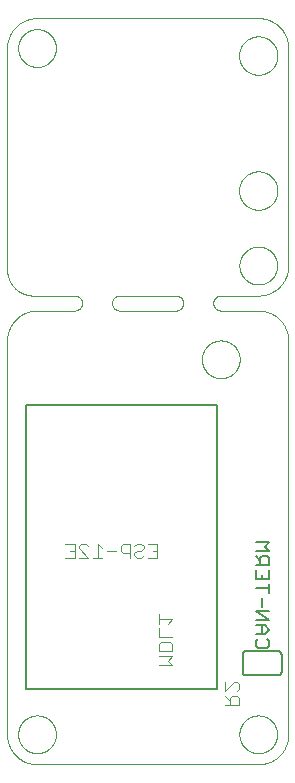
<source format=gbo>
G75*
%MOIN*%
%OFA0B0*%
%FSLAX25Y25*%
%IPPOS*%
%LPD*%
%AMOC8*
5,1,8,0,0,1.08239X$1,22.5*
%
%ADD10C,0.00000*%
%ADD11C,0.00500*%
%ADD12C,0.00400*%
%ADD13C,0.00600*%
D10*
X0028845Y0038800D02*
X0028845Y0170050D01*
X0028848Y0170292D01*
X0028857Y0170533D01*
X0028871Y0170774D01*
X0028892Y0171015D01*
X0028918Y0171255D01*
X0028950Y0171495D01*
X0028988Y0171734D01*
X0029031Y0171971D01*
X0029081Y0172208D01*
X0029136Y0172443D01*
X0029196Y0172677D01*
X0029263Y0172909D01*
X0029334Y0173140D01*
X0029412Y0173369D01*
X0029495Y0173596D01*
X0029583Y0173821D01*
X0029677Y0174044D01*
X0029776Y0174264D01*
X0029881Y0174482D01*
X0029990Y0174697D01*
X0030105Y0174910D01*
X0030225Y0175120D01*
X0030350Y0175326D01*
X0030480Y0175530D01*
X0030615Y0175731D01*
X0030755Y0175928D01*
X0030899Y0176122D01*
X0031048Y0176312D01*
X0031202Y0176498D01*
X0031360Y0176681D01*
X0031522Y0176860D01*
X0031689Y0177035D01*
X0031860Y0177206D01*
X0032035Y0177373D01*
X0032214Y0177535D01*
X0032397Y0177693D01*
X0032583Y0177847D01*
X0032773Y0177996D01*
X0032967Y0178140D01*
X0033164Y0178280D01*
X0033365Y0178415D01*
X0033569Y0178545D01*
X0033775Y0178670D01*
X0033985Y0178790D01*
X0034198Y0178905D01*
X0034413Y0179014D01*
X0034631Y0179119D01*
X0034851Y0179218D01*
X0035074Y0179312D01*
X0035299Y0179400D01*
X0035526Y0179483D01*
X0035755Y0179561D01*
X0035986Y0179632D01*
X0036218Y0179699D01*
X0036452Y0179759D01*
X0036687Y0179814D01*
X0036924Y0179864D01*
X0037161Y0179907D01*
X0037400Y0179945D01*
X0037640Y0179977D01*
X0037880Y0180003D01*
X0038121Y0180024D01*
X0038362Y0180038D01*
X0038603Y0180047D01*
X0038845Y0180050D01*
X0051345Y0180050D01*
X0053845Y0182550D02*
X0053843Y0182648D01*
X0053837Y0182746D01*
X0053828Y0182844D01*
X0053814Y0182941D01*
X0053797Y0183038D01*
X0053776Y0183134D01*
X0053751Y0183229D01*
X0053723Y0183323D01*
X0053690Y0183415D01*
X0053655Y0183507D01*
X0053615Y0183597D01*
X0053573Y0183685D01*
X0053526Y0183772D01*
X0053477Y0183856D01*
X0053424Y0183939D01*
X0053368Y0184019D01*
X0053308Y0184098D01*
X0053246Y0184174D01*
X0053181Y0184247D01*
X0053113Y0184318D01*
X0053042Y0184386D01*
X0052969Y0184451D01*
X0052893Y0184513D01*
X0052814Y0184573D01*
X0052734Y0184629D01*
X0052651Y0184682D01*
X0052567Y0184731D01*
X0052480Y0184778D01*
X0052392Y0184820D01*
X0052302Y0184860D01*
X0052210Y0184895D01*
X0052118Y0184928D01*
X0052024Y0184956D01*
X0051929Y0184981D01*
X0051833Y0185002D01*
X0051736Y0185019D01*
X0051639Y0185033D01*
X0051541Y0185042D01*
X0051443Y0185048D01*
X0051345Y0185050D01*
X0037595Y0185050D01*
X0037384Y0185053D01*
X0037172Y0185060D01*
X0036961Y0185073D01*
X0036751Y0185091D01*
X0036540Y0185114D01*
X0036331Y0185142D01*
X0036122Y0185175D01*
X0035914Y0185213D01*
X0035707Y0185256D01*
X0035501Y0185304D01*
X0035296Y0185357D01*
X0035093Y0185415D01*
X0034891Y0185478D01*
X0034691Y0185546D01*
X0034492Y0185619D01*
X0034295Y0185696D01*
X0034101Y0185778D01*
X0033908Y0185865D01*
X0033717Y0185956D01*
X0033529Y0186052D01*
X0033343Y0186153D01*
X0033159Y0186258D01*
X0032978Y0186367D01*
X0032800Y0186481D01*
X0032624Y0186599D01*
X0032452Y0186721D01*
X0032282Y0186847D01*
X0032116Y0186978D01*
X0031953Y0187112D01*
X0031793Y0187251D01*
X0031636Y0187393D01*
X0031483Y0187539D01*
X0031334Y0187688D01*
X0031188Y0187841D01*
X0031046Y0187998D01*
X0030907Y0188158D01*
X0030773Y0188321D01*
X0030642Y0188487D01*
X0030516Y0188657D01*
X0030394Y0188829D01*
X0030276Y0189005D01*
X0030162Y0189183D01*
X0030053Y0189364D01*
X0029948Y0189548D01*
X0029847Y0189734D01*
X0029751Y0189922D01*
X0029660Y0190113D01*
X0029573Y0190306D01*
X0029491Y0190500D01*
X0029414Y0190697D01*
X0029341Y0190896D01*
X0029273Y0191096D01*
X0029210Y0191298D01*
X0029152Y0191501D01*
X0029099Y0191706D01*
X0029051Y0191912D01*
X0029008Y0192119D01*
X0028970Y0192327D01*
X0028937Y0192536D01*
X0028909Y0192745D01*
X0028886Y0192956D01*
X0028868Y0193166D01*
X0028855Y0193377D01*
X0028848Y0193589D01*
X0028845Y0193800D01*
X0028845Y0267550D01*
X0028848Y0267792D01*
X0028857Y0268033D01*
X0028871Y0268274D01*
X0028892Y0268515D01*
X0028918Y0268755D01*
X0028950Y0268995D01*
X0028988Y0269234D01*
X0029031Y0269471D01*
X0029081Y0269708D01*
X0029136Y0269943D01*
X0029196Y0270177D01*
X0029263Y0270409D01*
X0029334Y0270640D01*
X0029412Y0270869D01*
X0029495Y0271096D01*
X0029583Y0271321D01*
X0029677Y0271544D01*
X0029776Y0271764D01*
X0029881Y0271982D01*
X0029990Y0272197D01*
X0030105Y0272410D01*
X0030225Y0272620D01*
X0030350Y0272826D01*
X0030480Y0273030D01*
X0030615Y0273231D01*
X0030755Y0273428D01*
X0030899Y0273622D01*
X0031048Y0273812D01*
X0031202Y0273998D01*
X0031360Y0274181D01*
X0031522Y0274360D01*
X0031689Y0274535D01*
X0031860Y0274706D01*
X0032035Y0274873D01*
X0032214Y0275035D01*
X0032397Y0275193D01*
X0032583Y0275347D01*
X0032773Y0275496D01*
X0032967Y0275640D01*
X0033164Y0275780D01*
X0033365Y0275915D01*
X0033569Y0276045D01*
X0033775Y0276170D01*
X0033985Y0276290D01*
X0034198Y0276405D01*
X0034413Y0276514D01*
X0034631Y0276619D01*
X0034851Y0276718D01*
X0035074Y0276812D01*
X0035299Y0276900D01*
X0035526Y0276983D01*
X0035755Y0277061D01*
X0035986Y0277132D01*
X0036218Y0277199D01*
X0036452Y0277259D01*
X0036687Y0277314D01*
X0036924Y0277364D01*
X0037161Y0277407D01*
X0037400Y0277445D01*
X0037640Y0277477D01*
X0037880Y0277503D01*
X0038121Y0277524D01*
X0038362Y0277538D01*
X0038603Y0277547D01*
X0038845Y0277550D01*
X0112595Y0277550D01*
X0112837Y0277547D01*
X0113078Y0277538D01*
X0113319Y0277524D01*
X0113560Y0277503D01*
X0113800Y0277477D01*
X0114040Y0277445D01*
X0114279Y0277407D01*
X0114516Y0277364D01*
X0114753Y0277314D01*
X0114988Y0277259D01*
X0115222Y0277199D01*
X0115454Y0277132D01*
X0115685Y0277061D01*
X0115914Y0276983D01*
X0116141Y0276900D01*
X0116366Y0276812D01*
X0116589Y0276718D01*
X0116809Y0276619D01*
X0117027Y0276514D01*
X0117242Y0276405D01*
X0117455Y0276290D01*
X0117665Y0276170D01*
X0117871Y0276045D01*
X0118075Y0275915D01*
X0118276Y0275780D01*
X0118473Y0275640D01*
X0118667Y0275496D01*
X0118857Y0275347D01*
X0119043Y0275193D01*
X0119226Y0275035D01*
X0119405Y0274873D01*
X0119580Y0274706D01*
X0119751Y0274535D01*
X0119918Y0274360D01*
X0120080Y0274181D01*
X0120238Y0273998D01*
X0120392Y0273812D01*
X0120541Y0273622D01*
X0120685Y0273428D01*
X0120825Y0273231D01*
X0120960Y0273030D01*
X0121090Y0272826D01*
X0121215Y0272620D01*
X0121335Y0272410D01*
X0121450Y0272197D01*
X0121559Y0271982D01*
X0121664Y0271764D01*
X0121763Y0271544D01*
X0121857Y0271321D01*
X0121945Y0271096D01*
X0122028Y0270869D01*
X0122106Y0270640D01*
X0122177Y0270409D01*
X0122244Y0270177D01*
X0122304Y0269943D01*
X0122359Y0269708D01*
X0122409Y0269471D01*
X0122452Y0269234D01*
X0122490Y0268995D01*
X0122522Y0268755D01*
X0122548Y0268515D01*
X0122569Y0268274D01*
X0122583Y0268033D01*
X0122592Y0267792D01*
X0122595Y0267550D01*
X0122595Y0195050D01*
X0122592Y0194808D01*
X0122583Y0194567D01*
X0122569Y0194326D01*
X0122548Y0194085D01*
X0122522Y0193845D01*
X0122490Y0193605D01*
X0122452Y0193366D01*
X0122409Y0193129D01*
X0122359Y0192892D01*
X0122304Y0192657D01*
X0122244Y0192423D01*
X0122177Y0192191D01*
X0122106Y0191960D01*
X0122028Y0191731D01*
X0121945Y0191504D01*
X0121857Y0191279D01*
X0121763Y0191056D01*
X0121664Y0190836D01*
X0121559Y0190618D01*
X0121450Y0190403D01*
X0121335Y0190190D01*
X0121215Y0189980D01*
X0121090Y0189774D01*
X0120960Y0189570D01*
X0120825Y0189369D01*
X0120685Y0189172D01*
X0120541Y0188978D01*
X0120392Y0188788D01*
X0120238Y0188602D01*
X0120080Y0188419D01*
X0119918Y0188240D01*
X0119751Y0188065D01*
X0119580Y0187894D01*
X0119405Y0187727D01*
X0119226Y0187565D01*
X0119043Y0187407D01*
X0118857Y0187253D01*
X0118667Y0187104D01*
X0118473Y0186960D01*
X0118276Y0186820D01*
X0118075Y0186685D01*
X0117871Y0186555D01*
X0117665Y0186430D01*
X0117455Y0186310D01*
X0117242Y0186195D01*
X0117027Y0186086D01*
X0116809Y0185981D01*
X0116589Y0185882D01*
X0116366Y0185788D01*
X0116141Y0185700D01*
X0115914Y0185617D01*
X0115685Y0185539D01*
X0115454Y0185468D01*
X0115222Y0185401D01*
X0114988Y0185341D01*
X0114753Y0185286D01*
X0114516Y0185236D01*
X0114279Y0185193D01*
X0114040Y0185155D01*
X0113800Y0185123D01*
X0113560Y0185097D01*
X0113319Y0185076D01*
X0113078Y0185062D01*
X0112837Y0185053D01*
X0112595Y0185050D01*
X0100095Y0185050D01*
X0099997Y0185048D01*
X0099899Y0185042D01*
X0099801Y0185033D01*
X0099704Y0185019D01*
X0099607Y0185002D01*
X0099511Y0184981D01*
X0099416Y0184956D01*
X0099322Y0184928D01*
X0099230Y0184895D01*
X0099138Y0184860D01*
X0099048Y0184820D01*
X0098960Y0184778D01*
X0098873Y0184731D01*
X0098789Y0184682D01*
X0098706Y0184629D01*
X0098626Y0184573D01*
X0098547Y0184513D01*
X0098471Y0184451D01*
X0098398Y0184386D01*
X0098327Y0184318D01*
X0098259Y0184247D01*
X0098194Y0184174D01*
X0098132Y0184098D01*
X0098072Y0184019D01*
X0098016Y0183939D01*
X0097963Y0183856D01*
X0097914Y0183772D01*
X0097867Y0183685D01*
X0097825Y0183597D01*
X0097785Y0183507D01*
X0097750Y0183415D01*
X0097717Y0183323D01*
X0097689Y0183229D01*
X0097664Y0183134D01*
X0097643Y0183038D01*
X0097626Y0182941D01*
X0097612Y0182844D01*
X0097603Y0182746D01*
X0097597Y0182648D01*
X0097595Y0182550D01*
X0097597Y0182452D01*
X0097603Y0182354D01*
X0097612Y0182256D01*
X0097626Y0182159D01*
X0097643Y0182062D01*
X0097664Y0181966D01*
X0097689Y0181871D01*
X0097717Y0181777D01*
X0097750Y0181685D01*
X0097785Y0181593D01*
X0097825Y0181503D01*
X0097867Y0181415D01*
X0097914Y0181328D01*
X0097963Y0181244D01*
X0098016Y0181161D01*
X0098072Y0181081D01*
X0098132Y0181002D01*
X0098194Y0180926D01*
X0098259Y0180853D01*
X0098327Y0180782D01*
X0098398Y0180714D01*
X0098471Y0180649D01*
X0098547Y0180587D01*
X0098626Y0180527D01*
X0098706Y0180471D01*
X0098789Y0180418D01*
X0098873Y0180369D01*
X0098960Y0180322D01*
X0099048Y0180280D01*
X0099138Y0180240D01*
X0099230Y0180205D01*
X0099322Y0180172D01*
X0099416Y0180144D01*
X0099511Y0180119D01*
X0099607Y0180098D01*
X0099704Y0180081D01*
X0099801Y0180067D01*
X0099899Y0180058D01*
X0099997Y0180052D01*
X0100095Y0180050D01*
X0112595Y0180050D01*
X0112837Y0180047D01*
X0113078Y0180038D01*
X0113319Y0180024D01*
X0113560Y0180003D01*
X0113800Y0179977D01*
X0114040Y0179945D01*
X0114279Y0179907D01*
X0114516Y0179864D01*
X0114753Y0179814D01*
X0114988Y0179759D01*
X0115222Y0179699D01*
X0115454Y0179632D01*
X0115685Y0179561D01*
X0115914Y0179483D01*
X0116141Y0179400D01*
X0116366Y0179312D01*
X0116589Y0179218D01*
X0116809Y0179119D01*
X0117027Y0179014D01*
X0117242Y0178905D01*
X0117455Y0178790D01*
X0117665Y0178670D01*
X0117871Y0178545D01*
X0118075Y0178415D01*
X0118276Y0178280D01*
X0118473Y0178140D01*
X0118667Y0177996D01*
X0118857Y0177847D01*
X0119043Y0177693D01*
X0119226Y0177535D01*
X0119405Y0177373D01*
X0119580Y0177206D01*
X0119751Y0177035D01*
X0119918Y0176860D01*
X0120080Y0176681D01*
X0120238Y0176498D01*
X0120392Y0176312D01*
X0120541Y0176122D01*
X0120685Y0175928D01*
X0120825Y0175731D01*
X0120960Y0175530D01*
X0121090Y0175326D01*
X0121215Y0175120D01*
X0121335Y0174910D01*
X0121450Y0174697D01*
X0121559Y0174482D01*
X0121664Y0174264D01*
X0121763Y0174044D01*
X0121857Y0173821D01*
X0121945Y0173596D01*
X0122028Y0173369D01*
X0122106Y0173140D01*
X0122177Y0172909D01*
X0122244Y0172677D01*
X0122304Y0172443D01*
X0122359Y0172208D01*
X0122409Y0171971D01*
X0122452Y0171734D01*
X0122490Y0171495D01*
X0122522Y0171255D01*
X0122548Y0171015D01*
X0122569Y0170774D01*
X0122583Y0170533D01*
X0122592Y0170292D01*
X0122595Y0170050D01*
X0122595Y0038800D01*
X0122592Y0038558D01*
X0122583Y0038317D01*
X0122569Y0038076D01*
X0122548Y0037835D01*
X0122522Y0037595D01*
X0122490Y0037355D01*
X0122452Y0037116D01*
X0122409Y0036879D01*
X0122359Y0036642D01*
X0122304Y0036407D01*
X0122244Y0036173D01*
X0122177Y0035941D01*
X0122106Y0035710D01*
X0122028Y0035481D01*
X0121945Y0035254D01*
X0121857Y0035029D01*
X0121763Y0034806D01*
X0121664Y0034586D01*
X0121559Y0034368D01*
X0121450Y0034153D01*
X0121335Y0033940D01*
X0121215Y0033730D01*
X0121090Y0033524D01*
X0120960Y0033320D01*
X0120825Y0033119D01*
X0120685Y0032922D01*
X0120541Y0032728D01*
X0120392Y0032538D01*
X0120238Y0032352D01*
X0120080Y0032169D01*
X0119918Y0031990D01*
X0119751Y0031815D01*
X0119580Y0031644D01*
X0119405Y0031477D01*
X0119226Y0031315D01*
X0119043Y0031157D01*
X0118857Y0031003D01*
X0118667Y0030854D01*
X0118473Y0030710D01*
X0118276Y0030570D01*
X0118075Y0030435D01*
X0117871Y0030305D01*
X0117665Y0030180D01*
X0117455Y0030060D01*
X0117242Y0029945D01*
X0117027Y0029836D01*
X0116809Y0029731D01*
X0116589Y0029632D01*
X0116366Y0029538D01*
X0116141Y0029450D01*
X0115914Y0029367D01*
X0115685Y0029289D01*
X0115454Y0029218D01*
X0115222Y0029151D01*
X0114988Y0029091D01*
X0114753Y0029036D01*
X0114516Y0028986D01*
X0114279Y0028943D01*
X0114040Y0028905D01*
X0113800Y0028873D01*
X0113560Y0028847D01*
X0113319Y0028826D01*
X0113078Y0028812D01*
X0112837Y0028803D01*
X0112595Y0028800D01*
X0038845Y0028800D01*
X0038603Y0028803D01*
X0038362Y0028812D01*
X0038121Y0028826D01*
X0037880Y0028847D01*
X0037640Y0028873D01*
X0037400Y0028905D01*
X0037161Y0028943D01*
X0036924Y0028986D01*
X0036687Y0029036D01*
X0036452Y0029091D01*
X0036218Y0029151D01*
X0035986Y0029218D01*
X0035755Y0029289D01*
X0035526Y0029367D01*
X0035299Y0029450D01*
X0035074Y0029538D01*
X0034851Y0029632D01*
X0034631Y0029731D01*
X0034413Y0029836D01*
X0034198Y0029945D01*
X0033985Y0030060D01*
X0033775Y0030180D01*
X0033569Y0030305D01*
X0033365Y0030435D01*
X0033164Y0030570D01*
X0032967Y0030710D01*
X0032773Y0030854D01*
X0032583Y0031003D01*
X0032397Y0031157D01*
X0032214Y0031315D01*
X0032035Y0031477D01*
X0031860Y0031644D01*
X0031689Y0031815D01*
X0031522Y0031990D01*
X0031360Y0032169D01*
X0031202Y0032352D01*
X0031048Y0032538D01*
X0030899Y0032728D01*
X0030755Y0032922D01*
X0030615Y0033119D01*
X0030480Y0033320D01*
X0030350Y0033524D01*
X0030225Y0033730D01*
X0030105Y0033940D01*
X0029990Y0034153D01*
X0029881Y0034368D01*
X0029776Y0034586D01*
X0029677Y0034806D01*
X0029583Y0035029D01*
X0029495Y0035254D01*
X0029412Y0035481D01*
X0029334Y0035710D01*
X0029263Y0035941D01*
X0029196Y0036173D01*
X0029136Y0036407D01*
X0029081Y0036642D01*
X0029031Y0036879D01*
X0028988Y0037116D01*
X0028950Y0037355D01*
X0028918Y0037595D01*
X0028892Y0037835D01*
X0028871Y0038076D01*
X0028857Y0038317D01*
X0028848Y0038558D01*
X0028845Y0038800D01*
X0032546Y0038800D02*
X0032548Y0038958D01*
X0032554Y0039116D01*
X0032564Y0039274D01*
X0032578Y0039432D01*
X0032596Y0039589D01*
X0032617Y0039746D01*
X0032643Y0039902D01*
X0032673Y0040058D01*
X0032706Y0040213D01*
X0032744Y0040366D01*
X0032785Y0040519D01*
X0032830Y0040671D01*
X0032879Y0040822D01*
X0032932Y0040971D01*
X0032988Y0041119D01*
X0033048Y0041265D01*
X0033112Y0041410D01*
X0033180Y0041553D01*
X0033251Y0041695D01*
X0033325Y0041835D01*
X0033403Y0041972D01*
X0033485Y0042108D01*
X0033569Y0042242D01*
X0033658Y0042373D01*
X0033749Y0042502D01*
X0033844Y0042629D01*
X0033941Y0042754D01*
X0034042Y0042876D01*
X0034146Y0042995D01*
X0034253Y0043112D01*
X0034363Y0043226D01*
X0034476Y0043337D01*
X0034591Y0043446D01*
X0034709Y0043551D01*
X0034830Y0043653D01*
X0034953Y0043753D01*
X0035079Y0043849D01*
X0035207Y0043942D01*
X0035337Y0044032D01*
X0035470Y0044118D01*
X0035605Y0044202D01*
X0035741Y0044281D01*
X0035880Y0044358D01*
X0036021Y0044430D01*
X0036163Y0044500D01*
X0036307Y0044565D01*
X0036453Y0044627D01*
X0036600Y0044685D01*
X0036749Y0044740D01*
X0036899Y0044791D01*
X0037050Y0044838D01*
X0037202Y0044881D01*
X0037355Y0044920D01*
X0037510Y0044956D01*
X0037665Y0044987D01*
X0037821Y0045015D01*
X0037977Y0045039D01*
X0038134Y0045059D01*
X0038292Y0045075D01*
X0038449Y0045087D01*
X0038608Y0045095D01*
X0038766Y0045099D01*
X0038924Y0045099D01*
X0039082Y0045095D01*
X0039241Y0045087D01*
X0039398Y0045075D01*
X0039556Y0045059D01*
X0039713Y0045039D01*
X0039869Y0045015D01*
X0040025Y0044987D01*
X0040180Y0044956D01*
X0040335Y0044920D01*
X0040488Y0044881D01*
X0040640Y0044838D01*
X0040791Y0044791D01*
X0040941Y0044740D01*
X0041090Y0044685D01*
X0041237Y0044627D01*
X0041383Y0044565D01*
X0041527Y0044500D01*
X0041669Y0044430D01*
X0041810Y0044358D01*
X0041949Y0044281D01*
X0042085Y0044202D01*
X0042220Y0044118D01*
X0042353Y0044032D01*
X0042483Y0043942D01*
X0042611Y0043849D01*
X0042737Y0043753D01*
X0042860Y0043653D01*
X0042981Y0043551D01*
X0043099Y0043446D01*
X0043214Y0043337D01*
X0043327Y0043226D01*
X0043437Y0043112D01*
X0043544Y0042995D01*
X0043648Y0042876D01*
X0043749Y0042754D01*
X0043846Y0042629D01*
X0043941Y0042502D01*
X0044032Y0042373D01*
X0044121Y0042242D01*
X0044205Y0042108D01*
X0044287Y0041972D01*
X0044365Y0041835D01*
X0044439Y0041695D01*
X0044510Y0041553D01*
X0044578Y0041410D01*
X0044642Y0041265D01*
X0044702Y0041119D01*
X0044758Y0040971D01*
X0044811Y0040822D01*
X0044860Y0040671D01*
X0044905Y0040519D01*
X0044946Y0040366D01*
X0044984Y0040213D01*
X0045017Y0040058D01*
X0045047Y0039902D01*
X0045073Y0039746D01*
X0045094Y0039589D01*
X0045112Y0039432D01*
X0045126Y0039274D01*
X0045136Y0039116D01*
X0045142Y0038958D01*
X0045144Y0038800D01*
X0045142Y0038642D01*
X0045136Y0038484D01*
X0045126Y0038326D01*
X0045112Y0038168D01*
X0045094Y0038011D01*
X0045073Y0037854D01*
X0045047Y0037698D01*
X0045017Y0037542D01*
X0044984Y0037387D01*
X0044946Y0037234D01*
X0044905Y0037081D01*
X0044860Y0036929D01*
X0044811Y0036778D01*
X0044758Y0036629D01*
X0044702Y0036481D01*
X0044642Y0036335D01*
X0044578Y0036190D01*
X0044510Y0036047D01*
X0044439Y0035905D01*
X0044365Y0035765D01*
X0044287Y0035628D01*
X0044205Y0035492D01*
X0044121Y0035358D01*
X0044032Y0035227D01*
X0043941Y0035098D01*
X0043846Y0034971D01*
X0043749Y0034846D01*
X0043648Y0034724D01*
X0043544Y0034605D01*
X0043437Y0034488D01*
X0043327Y0034374D01*
X0043214Y0034263D01*
X0043099Y0034154D01*
X0042981Y0034049D01*
X0042860Y0033947D01*
X0042737Y0033847D01*
X0042611Y0033751D01*
X0042483Y0033658D01*
X0042353Y0033568D01*
X0042220Y0033482D01*
X0042085Y0033398D01*
X0041949Y0033319D01*
X0041810Y0033242D01*
X0041669Y0033170D01*
X0041527Y0033100D01*
X0041383Y0033035D01*
X0041237Y0032973D01*
X0041090Y0032915D01*
X0040941Y0032860D01*
X0040791Y0032809D01*
X0040640Y0032762D01*
X0040488Y0032719D01*
X0040335Y0032680D01*
X0040180Y0032644D01*
X0040025Y0032613D01*
X0039869Y0032585D01*
X0039713Y0032561D01*
X0039556Y0032541D01*
X0039398Y0032525D01*
X0039241Y0032513D01*
X0039082Y0032505D01*
X0038924Y0032501D01*
X0038766Y0032501D01*
X0038608Y0032505D01*
X0038449Y0032513D01*
X0038292Y0032525D01*
X0038134Y0032541D01*
X0037977Y0032561D01*
X0037821Y0032585D01*
X0037665Y0032613D01*
X0037510Y0032644D01*
X0037355Y0032680D01*
X0037202Y0032719D01*
X0037050Y0032762D01*
X0036899Y0032809D01*
X0036749Y0032860D01*
X0036600Y0032915D01*
X0036453Y0032973D01*
X0036307Y0033035D01*
X0036163Y0033100D01*
X0036021Y0033170D01*
X0035880Y0033242D01*
X0035741Y0033319D01*
X0035605Y0033398D01*
X0035470Y0033482D01*
X0035337Y0033568D01*
X0035207Y0033658D01*
X0035079Y0033751D01*
X0034953Y0033847D01*
X0034830Y0033947D01*
X0034709Y0034049D01*
X0034591Y0034154D01*
X0034476Y0034263D01*
X0034363Y0034374D01*
X0034253Y0034488D01*
X0034146Y0034605D01*
X0034042Y0034724D01*
X0033941Y0034846D01*
X0033844Y0034971D01*
X0033749Y0035098D01*
X0033658Y0035227D01*
X0033569Y0035358D01*
X0033485Y0035492D01*
X0033403Y0035628D01*
X0033325Y0035765D01*
X0033251Y0035905D01*
X0033180Y0036047D01*
X0033112Y0036190D01*
X0033048Y0036335D01*
X0032988Y0036481D01*
X0032932Y0036629D01*
X0032879Y0036778D01*
X0032830Y0036929D01*
X0032785Y0037081D01*
X0032744Y0037234D01*
X0032706Y0037387D01*
X0032673Y0037542D01*
X0032643Y0037698D01*
X0032617Y0037854D01*
X0032596Y0038011D01*
X0032578Y0038168D01*
X0032564Y0038326D01*
X0032554Y0038484D01*
X0032548Y0038642D01*
X0032546Y0038800D01*
X0093796Y0163800D02*
X0093798Y0163958D01*
X0093804Y0164116D01*
X0093814Y0164274D01*
X0093828Y0164432D01*
X0093846Y0164589D01*
X0093867Y0164746D01*
X0093893Y0164902D01*
X0093923Y0165058D01*
X0093956Y0165213D01*
X0093994Y0165366D01*
X0094035Y0165519D01*
X0094080Y0165671D01*
X0094129Y0165822D01*
X0094182Y0165971D01*
X0094238Y0166119D01*
X0094298Y0166265D01*
X0094362Y0166410D01*
X0094430Y0166553D01*
X0094501Y0166695D01*
X0094575Y0166835D01*
X0094653Y0166972D01*
X0094735Y0167108D01*
X0094819Y0167242D01*
X0094908Y0167373D01*
X0094999Y0167502D01*
X0095094Y0167629D01*
X0095191Y0167754D01*
X0095292Y0167876D01*
X0095396Y0167995D01*
X0095503Y0168112D01*
X0095613Y0168226D01*
X0095726Y0168337D01*
X0095841Y0168446D01*
X0095959Y0168551D01*
X0096080Y0168653D01*
X0096203Y0168753D01*
X0096329Y0168849D01*
X0096457Y0168942D01*
X0096587Y0169032D01*
X0096720Y0169118D01*
X0096855Y0169202D01*
X0096991Y0169281D01*
X0097130Y0169358D01*
X0097271Y0169430D01*
X0097413Y0169500D01*
X0097557Y0169565D01*
X0097703Y0169627D01*
X0097850Y0169685D01*
X0097999Y0169740D01*
X0098149Y0169791D01*
X0098300Y0169838D01*
X0098452Y0169881D01*
X0098605Y0169920D01*
X0098760Y0169956D01*
X0098915Y0169987D01*
X0099071Y0170015D01*
X0099227Y0170039D01*
X0099384Y0170059D01*
X0099542Y0170075D01*
X0099699Y0170087D01*
X0099858Y0170095D01*
X0100016Y0170099D01*
X0100174Y0170099D01*
X0100332Y0170095D01*
X0100491Y0170087D01*
X0100648Y0170075D01*
X0100806Y0170059D01*
X0100963Y0170039D01*
X0101119Y0170015D01*
X0101275Y0169987D01*
X0101430Y0169956D01*
X0101585Y0169920D01*
X0101738Y0169881D01*
X0101890Y0169838D01*
X0102041Y0169791D01*
X0102191Y0169740D01*
X0102340Y0169685D01*
X0102487Y0169627D01*
X0102633Y0169565D01*
X0102777Y0169500D01*
X0102919Y0169430D01*
X0103060Y0169358D01*
X0103199Y0169281D01*
X0103335Y0169202D01*
X0103470Y0169118D01*
X0103603Y0169032D01*
X0103733Y0168942D01*
X0103861Y0168849D01*
X0103987Y0168753D01*
X0104110Y0168653D01*
X0104231Y0168551D01*
X0104349Y0168446D01*
X0104464Y0168337D01*
X0104577Y0168226D01*
X0104687Y0168112D01*
X0104794Y0167995D01*
X0104898Y0167876D01*
X0104999Y0167754D01*
X0105096Y0167629D01*
X0105191Y0167502D01*
X0105282Y0167373D01*
X0105371Y0167242D01*
X0105455Y0167108D01*
X0105537Y0166972D01*
X0105615Y0166835D01*
X0105689Y0166695D01*
X0105760Y0166553D01*
X0105828Y0166410D01*
X0105892Y0166265D01*
X0105952Y0166119D01*
X0106008Y0165971D01*
X0106061Y0165822D01*
X0106110Y0165671D01*
X0106155Y0165519D01*
X0106196Y0165366D01*
X0106234Y0165213D01*
X0106267Y0165058D01*
X0106297Y0164902D01*
X0106323Y0164746D01*
X0106344Y0164589D01*
X0106362Y0164432D01*
X0106376Y0164274D01*
X0106386Y0164116D01*
X0106392Y0163958D01*
X0106394Y0163800D01*
X0106392Y0163642D01*
X0106386Y0163484D01*
X0106376Y0163326D01*
X0106362Y0163168D01*
X0106344Y0163011D01*
X0106323Y0162854D01*
X0106297Y0162698D01*
X0106267Y0162542D01*
X0106234Y0162387D01*
X0106196Y0162234D01*
X0106155Y0162081D01*
X0106110Y0161929D01*
X0106061Y0161778D01*
X0106008Y0161629D01*
X0105952Y0161481D01*
X0105892Y0161335D01*
X0105828Y0161190D01*
X0105760Y0161047D01*
X0105689Y0160905D01*
X0105615Y0160765D01*
X0105537Y0160628D01*
X0105455Y0160492D01*
X0105371Y0160358D01*
X0105282Y0160227D01*
X0105191Y0160098D01*
X0105096Y0159971D01*
X0104999Y0159846D01*
X0104898Y0159724D01*
X0104794Y0159605D01*
X0104687Y0159488D01*
X0104577Y0159374D01*
X0104464Y0159263D01*
X0104349Y0159154D01*
X0104231Y0159049D01*
X0104110Y0158947D01*
X0103987Y0158847D01*
X0103861Y0158751D01*
X0103733Y0158658D01*
X0103603Y0158568D01*
X0103470Y0158482D01*
X0103335Y0158398D01*
X0103199Y0158319D01*
X0103060Y0158242D01*
X0102919Y0158170D01*
X0102777Y0158100D01*
X0102633Y0158035D01*
X0102487Y0157973D01*
X0102340Y0157915D01*
X0102191Y0157860D01*
X0102041Y0157809D01*
X0101890Y0157762D01*
X0101738Y0157719D01*
X0101585Y0157680D01*
X0101430Y0157644D01*
X0101275Y0157613D01*
X0101119Y0157585D01*
X0100963Y0157561D01*
X0100806Y0157541D01*
X0100648Y0157525D01*
X0100491Y0157513D01*
X0100332Y0157505D01*
X0100174Y0157501D01*
X0100016Y0157501D01*
X0099858Y0157505D01*
X0099699Y0157513D01*
X0099542Y0157525D01*
X0099384Y0157541D01*
X0099227Y0157561D01*
X0099071Y0157585D01*
X0098915Y0157613D01*
X0098760Y0157644D01*
X0098605Y0157680D01*
X0098452Y0157719D01*
X0098300Y0157762D01*
X0098149Y0157809D01*
X0097999Y0157860D01*
X0097850Y0157915D01*
X0097703Y0157973D01*
X0097557Y0158035D01*
X0097413Y0158100D01*
X0097271Y0158170D01*
X0097130Y0158242D01*
X0096991Y0158319D01*
X0096855Y0158398D01*
X0096720Y0158482D01*
X0096587Y0158568D01*
X0096457Y0158658D01*
X0096329Y0158751D01*
X0096203Y0158847D01*
X0096080Y0158947D01*
X0095959Y0159049D01*
X0095841Y0159154D01*
X0095726Y0159263D01*
X0095613Y0159374D01*
X0095503Y0159488D01*
X0095396Y0159605D01*
X0095292Y0159724D01*
X0095191Y0159846D01*
X0095094Y0159971D01*
X0094999Y0160098D01*
X0094908Y0160227D01*
X0094819Y0160358D01*
X0094735Y0160492D01*
X0094653Y0160628D01*
X0094575Y0160765D01*
X0094501Y0160905D01*
X0094430Y0161047D01*
X0094362Y0161190D01*
X0094298Y0161335D01*
X0094238Y0161481D01*
X0094182Y0161629D01*
X0094129Y0161778D01*
X0094080Y0161929D01*
X0094035Y0162081D01*
X0093994Y0162234D01*
X0093956Y0162387D01*
X0093923Y0162542D01*
X0093893Y0162698D01*
X0093867Y0162854D01*
X0093846Y0163011D01*
X0093828Y0163168D01*
X0093814Y0163326D01*
X0093804Y0163484D01*
X0093798Y0163642D01*
X0093796Y0163800D01*
X0085095Y0180050D02*
X0066345Y0180050D01*
X0066247Y0180052D01*
X0066149Y0180058D01*
X0066051Y0180067D01*
X0065954Y0180081D01*
X0065857Y0180098D01*
X0065761Y0180119D01*
X0065666Y0180144D01*
X0065572Y0180172D01*
X0065480Y0180205D01*
X0065388Y0180240D01*
X0065298Y0180280D01*
X0065210Y0180322D01*
X0065123Y0180369D01*
X0065039Y0180418D01*
X0064956Y0180471D01*
X0064876Y0180527D01*
X0064797Y0180587D01*
X0064721Y0180649D01*
X0064648Y0180714D01*
X0064577Y0180782D01*
X0064509Y0180853D01*
X0064444Y0180926D01*
X0064382Y0181002D01*
X0064322Y0181081D01*
X0064266Y0181161D01*
X0064213Y0181244D01*
X0064164Y0181328D01*
X0064117Y0181415D01*
X0064075Y0181503D01*
X0064035Y0181593D01*
X0064000Y0181685D01*
X0063967Y0181777D01*
X0063939Y0181871D01*
X0063914Y0181966D01*
X0063893Y0182062D01*
X0063876Y0182159D01*
X0063862Y0182256D01*
X0063853Y0182354D01*
X0063847Y0182452D01*
X0063845Y0182550D01*
X0063847Y0182648D01*
X0063853Y0182746D01*
X0063862Y0182844D01*
X0063876Y0182941D01*
X0063893Y0183038D01*
X0063914Y0183134D01*
X0063939Y0183229D01*
X0063967Y0183323D01*
X0064000Y0183415D01*
X0064035Y0183507D01*
X0064075Y0183597D01*
X0064117Y0183685D01*
X0064164Y0183772D01*
X0064213Y0183856D01*
X0064266Y0183939D01*
X0064322Y0184019D01*
X0064382Y0184098D01*
X0064444Y0184174D01*
X0064509Y0184247D01*
X0064577Y0184318D01*
X0064648Y0184386D01*
X0064721Y0184451D01*
X0064797Y0184513D01*
X0064876Y0184573D01*
X0064956Y0184629D01*
X0065039Y0184682D01*
X0065123Y0184731D01*
X0065210Y0184778D01*
X0065298Y0184820D01*
X0065388Y0184860D01*
X0065480Y0184895D01*
X0065572Y0184928D01*
X0065666Y0184956D01*
X0065761Y0184981D01*
X0065857Y0185002D01*
X0065954Y0185019D01*
X0066051Y0185033D01*
X0066149Y0185042D01*
X0066247Y0185048D01*
X0066345Y0185050D01*
X0085095Y0185050D01*
X0085193Y0185048D01*
X0085291Y0185042D01*
X0085389Y0185033D01*
X0085486Y0185019D01*
X0085583Y0185002D01*
X0085679Y0184981D01*
X0085774Y0184956D01*
X0085868Y0184928D01*
X0085960Y0184895D01*
X0086052Y0184860D01*
X0086142Y0184820D01*
X0086230Y0184778D01*
X0086317Y0184731D01*
X0086401Y0184682D01*
X0086484Y0184629D01*
X0086564Y0184573D01*
X0086643Y0184513D01*
X0086719Y0184451D01*
X0086792Y0184386D01*
X0086863Y0184318D01*
X0086931Y0184247D01*
X0086996Y0184174D01*
X0087058Y0184098D01*
X0087118Y0184019D01*
X0087174Y0183939D01*
X0087227Y0183856D01*
X0087276Y0183772D01*
X0087323Y0183685D01*
X0087365Y0183597D01*
X0087405Y0183507D01*
X0087440Y0183415D01*
X0087473Y0183323D01*
X0087501Y0183229D01*
X0087526Y0183134D01*
X0087547Y0183038D01*
X0087564Y0182941D01*
X0087578Y0182844D01*
X0087587Y0182746D01*
X0087593Y0182648D01*
X0087595Y0182550D01*
X0087593Y0182452D01*
X0087587Y0182354D01*
X0087578Y0182256D01*
X0087564Y0182159D01*
X0087547Y0182062D01*
X0087526Y0181966D01*
X0087501Y0181871D01*
X0087473Y0181777D01*
X0087440Y0181685D01*
X0087405Y0181593D01*
X0087365Y0181503D01*
X0087323Y0181415D01*
X0087276Y0181328D01*
X0087227Y0181244D01*
X0087174Y0181161D01*
X0087118Y0181081D01*
X0087058Y0181002D01*
X0086996Y0180926D01*
X0086931Y0180853D01*
X0086863Y0180782D01*
X0086792Y0180714D01*
X0086719Y0180649D01*
X0086643Y0180587D01*
X0086564Y0180527D01*
X0086484Y0180471D01*
X0086401Y0180418D01*
X0086317Y0180369D01*
X0086230Y0180322D01*
X0086142Y0180280D01*
X0086052Y0180240D01*
X0085960Y0180205D01*
X0085868Y0180172D01*
X0085774Y0180144D01*
X0085679Y0180119D01*
X0085583Y0180098D01*
X0085486Y0180081D01*
X0085389Y0180067D01*
X0085291Y0180058D01*
X0085193Y0180052D01*
X0085095Y0180050D01*
X0106296Y0195050D02*
X0106298Y0195208D01*
X0106304Y0195366D01*
X0106314Y0195524D01*
X0106328Y0195682D01*
X0106346Y0195839D01*
X0106367Y0195996D01*
X0106393Y0196152D01*
X0106423Y0196308D01*
X0106456Y0196463D01*
X0106494Y0196616D01*
X0106535Y0196769D01*
X0106580Y0196921D01*
X0106629Y0197072D01*
X0106682Y0197221D01*
X0106738Y0197369D01*
X0106798Y0197515D01*
X0106862Y0197660D01*
X0106930Y0197803D01*
X0107001Y0197945D01*
X0107075Y0198085D01*
X0107153Y0198222D01*
X0107235Y0198358D01*
X0107319Y0198492D01*
X0107408Y0198623D01*
X0107499Y0198752D01*
X0107594Y0198879D01*
X0107691Y0199004D01*
X0107792Y0199126D01*
X0107896Y0199245D01*
X0108003Y0199362D01*
X0108113Y0199476D01*
X0108226Y0199587D01*
X0108341Y0199696D01*
X0108459Y0199801D01*
X0108580Y0199903D01*
X0108703Y0200003D01*
X0108829Y0200099D01*
X0108957Y0200192D01*
X0109087Y0200282D01*
X0109220Y0200368D01*
X0109355Y0200452D01*
X0109491Y0200531D01*
X0109630Y0200608D01*
X0109771Y0200680D01*
X0109913Y0200750D01*
X0110057Y0200815D01*
X0110203Y0200877D01*
X0110350Y0200935D01*
X0110499Y0200990D01*
X0110649Y0201041D01*
X0110800Y0201088D01*
X0110952Y0201131D01*
X0111105Y0201170D01*
X0111260Y0201206D01*
X0111415Y0201237D01*
X0111571Y0201265D01*
X0111727Y0201289D01*
X0111884Y0201309D01*
X0112042Y0201325D01*
X0112199Y0201337D01*
X0112358Y0201345D01*
X0112516Y0201349D01*
X0112674Y0201349D01*
X0112832Y0201345D01*
X0112991Y0201337D01*
X0113148Y0201325D01*
X0113306Y0201309D01*
X0113463Y0201289D01*
X0113619Y0201265D01*
X0113775Y0201237D01*
X0113930Y0201206D01*
X0114085Y0201170D01*
X0114238Y0201131D01*
X0114390Y0201088D01*
X0114541Y0201041D01*
X0114691Y0200990D01*
X0114840Y0200935D01*
X0114987Y0200877D01*
X0115133Y0200815D01*
X0115277Y0200750D01*
X0115419Y0200680D01*
X0115560Y0200608D01*
X0115699Y0200531D01*
X0115835Y0200452D01*
X0115970Y0200368D01*
X0116103Y0200282D01*
X0116233Y0200192D01*
X0116361Y0200099D01*
X0116487Y0200003D01*
X0116610Y0199903D01*
X0116731Y0199801D01*
X0116849Y0199696D01*
X0116964Y0199587D01*
X0117077Y0199476D01*
X0117187Y0199362D01*
X0117294Y0199245D01*
X0117398Y0199126D01*
X0117499Y0199004D01*
X0117596Y0198879D01*
X0117691Y0198752D01*
X0117782Y0198623D01*
X0117871Y0198492D01*
X0117955Y0198358D01*
X0118037Y0198222D01*
X0118115Y0198085D01*
X0118189Y0197945D01*
X0118260Y0197803D01*
X0118328Y0197660D01*
X0118392Y0197515D01*
X0118452Y0197369D01*
X0118508Y0197221D01*
X0118561Y0197072D01*
X0118610Y0196921D01*
X0118655Y0196769D01*
X0118696Y0196616D01*
X0118734Y0196463D01*
X0118767Y0196308D01*
X0118797Y0196152D01*
X0118823Y0195996D01*
X0118844Y0195839D01*
X0118862Y0195682D01*
X0118876Y0195524D01*
X0118886Y0195366D01*
X0118892Y0195208D01*
X0118894Y0195050D01*
X0118892Y0194892D01*
X0118886Y0194734D01*
X0118876Y0194576D01*
X0118862Y0194418D01*
X0118844Y0194261D01*
X0118823Y0194104D01*
X0118797Y0193948D01*
X0118767Y0193792D01*
X0118734Y0193637D01*
X0118696Y0193484D01*
X0118655Y0193331D01*
X0118610Y0193179D01*
X0118561Y0193028D01*
X0118508Y0192879D01*
X0118452Y0192731D01*
X0118392Y0192585D01*
X0118328Y0192440D01*
X0118260Y0192297D01*
X0118189Y0192155D01*
X0118115Y0192015D01*
X0118037Y0191878D01*
X0117955Y0191742D01*
X0117871Y0191608D01*
X0117782Y0191477D01*
X0117691Y0191348D01*
X0117596Y0191221D01*
X0117499Y0191096D01*
X0117398Y0190974D01*
X0117294Y0190855D01*
X0117187Y0190738D01*
X0117077Y0190624D01*
X0116964Y0190513D01*
X0116849Y0190404D01*
X0116731Y0190299D01*
X0116610Y0190197D01*
X0116487Y0190097D01*
X0116361Y0190001D01*
X0116233Y0189908D01*
X0116103Y0189818D01*
X0115970Y0189732D01*
X0115835Y0189648D01*
X0115699Y0189569D01*
X0115560Y0189492D01*
X0115419Y0189420D01*
X0115277Y0189350D01*
X0115133Y0189285D01*
X0114987Y0189223D01*
X0114840Y0189165D01*
X0114691Y0189110D01*
X0114541Y0189059D01*
X0114390Y0189012D01*
X0114238Y0188969D01*
X0114085Y0188930D01*
X0113930Y0188894D01*
X0113775Y0188863D01*
X0113619Y0188835D01*
X0113463Y0188811D01*
X0113306Y0188791D01*
X0113148Y0188775D01*
X0112991Y0188763D01*
X0112832Y0188755D01*
X0112674Y0188751D01*
X0112516Y0188751D01*
X0112358Y0188755D01*
X0112199Y0188763D01*
X0112042Y0188775D01*
X0111884Y0188791D01*
X0111727Y0188811D01*
X0111571Y0188835D01*
X0111415Y0188863D01*
X0111260Y0188894D01*
X0111105Y0188930D01*
X0110952Y0188969D01*
X0110800Y0189012D01*
X0110649Y0189059D01*
X0110499Y0189110D01*
X0110350Y0189165D01*
X0110203Y0189223D01*
X0110057Y0189285D01*
X0109913Y0189350D01*
X0109771Y0189420D01*
X0109630Y0189492D01*
X0109491Y0189569D01*
X0109355Y0189648D01*
X0109220Y0189732D01*
X0109087Y0189818D01*
X0108957Y0189908D01*
X0108829Y0190001D01*
X0108703Y0190097D01*
X0108580Y0190197D01*
X0108459Y0190299D01*
X0108341Y0190404D01*
X0108226Y0190513D01*
X0108113Y0190624D01*
X0108003Y0190738D01*
X0107896Y0190855D01*
X0107792Y0190974D01*
X0107691Y0191096D01*
X0107594Y0191221D01*
X0107499Y0191348D01*
X0107408Y0191477D01*
X0107319Y0191608D01*
X0107235Y0191742D01*
X0107153Y0191878D01*
X0107075Y0192015D01*
X0107001Y0192155D01*
X0106930Y0192297D01*
X0106862Y0192440D01*
X0106798Y0192585D01*
X0106738Y0192731D01*
X0106682Y0192879D01*
X0106629Y0193028D01*
X0106580Y0193179D01*
X0106535Y0193331D01*
X0106494Y0193484D01*
X0106456Y0193637D01*
X0106423Y0193792D01*
X0106393Y0193948D01*
X0106367Y0194104D01*
X0106346Y0194261D01*
X0106328Y0194418D01*
X0106314Y0194576D01*
X0106304Y0194734D01*
X0106298Y0194892D01*
X0106296Y0195050D01*
X0106195Y0220050D02*
X0106197Y0220210D01*
X0106203Y0220369D01*
X0106213Y0220528D01*
X0106227Y0220687D01*
X0106245Y0220846D01*
X0106266Y0221004D01*
X0106292Y0221161D01*
X0106322Y0221318D01*
X0106355Y0221474D01*
X0106393Y0221629D01*
X0106434Y0221783D01*
X0106479Y0221936D01*
X0106528Y0222088D01*
X0106581Y0222239D01*
X0106637Y0222388D01*
X0106698Y0222536D01*
X0106761Y0222682D01*
X0106829Y0222827D01*
X0106900Y0222970D01*
X0106974Y0223111D01*
X0107052Y0223250D01*
X0107134Y0223387D01*
X0107219Y0223522D01*
X0107307Y0223655D01*
X0107399Y0223786D01*
X0107493Y0223914D01*
X0107591Y0224040D01*
X0107692Y0224164D01*
X0107796Y0224285D01*
X0107903Y0224403D01*
X0108013Y0224519D01*
X0108126Y0224632D01*
X0108242Y0224742D01*
X0108360Y0224849D01*
X0108481Y0224953D01*
X0108605Y0225054D01*
X0108731Y0225152D01*
X0108859Y0225246D01*
X0108990Y0225338D01*
X0109123Y0225426D01*
X0109258Y0225511D01*
X0109395Y0225593D01*
X0109534Y0225671D01*
X0109675Y0225745D01*
X0109818Y0225816D01*
X0109963Y0225884D01*
X0110109Y0225947D01*
X0110257Y0226008D01*
X0110406Y0226064D01*
X0110557Y0226117D01*
X0110709Y0226166D01*
X0110862Y0226211D01*
X0111016Y0226252D01*
X0111171Y0226290D01*
X0111327Y0226323D01*
X0111484Y0226353D01*
X0111641Y0226379D01*
X0111799Y0226400D01*
X0111958Y0226418D01*
X0112117Y0226432D01*
X0112276Y0226442D01*
X0112435Y0226448D01*
X0112595Y0226450D01*
X0112755Y0226448D01*
X0112914Y0226442D01*
X0113073Y0226432D01*
X0113232Y0226418D01*
X0113391Y0226400D01*
X0113549Y0226379D01*
X0113706Y0226353D01*
X0113863Y0226323D01*
X0114019Y0226290D01*
X0114174Y0226252D01*
X0114328Y0226211D01*
X0114481Y0226166D01*
X0114633Y0226117D01*
X0114784Y0226064D01*
X0114933Y0226008D01*
X0115081Y0225947D01*
X0115227Y0225884D01*
X0115372Y0225816D01*
X0115515Y0225745D01*
X0115656Y0225671D01*
X0115795Y0225593D01*
X0115932Y0225511D01*
X0116067Y0225426D01*
X0116200Y0225338D01*
X0116331Y0225246D01*
X0116459Y0225152D01*
X0116585Y0225054D01*
X0116709Y0224953D01*
X0116830Y0224849D01*
X0116948Y0224742D01*
X0117064Y0224632D01*
X0117177Y0224519D01*
X0117287Y0224403D01*
X0117394Y0224285D01*
X0117498Y0224164D01*
X0117599Y0224040D01*
X0117697Y0223914D01*
X0117791Y0223786D01*
X0117883Y0223655D01*
X0117971Y0223522D01*
X0118056Y0223387D01*
X0118138Y0223250D01*
X0118216Y0223111D01*
X0118290Y0222970D01*
X0118361Y0222827D01*
X0118429Y0222682D01*
X0118492Y0222536D01*
X0118553Y0222388D01*
X0118609Y0222239D01*
X0118662Y0222088D01*
X0118711Y0221936D01*
X0118756Y0221783D01*
X0118797Y0221629D01*
X0118835Y0221474D01*
X0118868Y0221318D01*
X0118898Y0221161D01*
X0118924Y0221004D01*
X0118945Y0220846D01*
X0118963Y0220687D01*
X0118977Y0220528D01*
X0118987Y0220369D01*
X0118993Y0220210D01*
X0118995Y0220050D01*
X0118993Y0219890D01*
X0118987Y0219731D01*
X0118977Y0219572D01*
X0118963Y0219413D01*
X0118945Y0219254D01*
X0118924Y0219096D01*
X0118898Y0218939D01*
X0118868Y0218782D01*
X0118835Y0218626D01*
X0118797Y0218471D01*
X0118756Y0218317D01*
X0118711Y0218164D01*
X0118662Y0218012D01*
X0118609Y0217861D01*
X0118553Y0217712D01*
X0118492Y0217564D01*
X0118429Y0217418D01*
X0118361Y0217273D01*
X0118290Y0217130D01*
X0118216Y0216989D01*
X0118138Y0216850D01*
X0118056Y0216713D01*
X0117971Y0216578D01*
X0117883Y0216445D01*
X0117791Y0216314D01*
X0117697Y0216186D01*
X0117599Y0216060D01*
X0117498Y0215936D01*
X0117394Y0215815D01*
X0117287Y0215697D01*
X0117177Y0215581D01*
X0117064Y0215468D01*
X0116948Y0215358D01*
X0116830Y0215251D01*
X0116709Y0215147D01*
X0116585Y0215046D01*
X0116459Y0214948D01*
X0116331Y0214854D01*
X0116200Y0214762D01*
X0116067Y0214674D01*
X0115932Y0214589D01*
X0115795Y0214507D01*
X0115656Y0214429D01*
X0115515Y0214355D01*
X0115372Y0214284D01*
X0115227Y0214216D01*
X0115081Y0214153D01*
X0114933Y0214092D01*
X0114784Y0214036D01*
X0114633Y0213983D01*
X0114481Y0213934D01*
X0114328Y0213889D01*
X0114174Y0213848D01*
X0114019Y0213810D01*
X0113863Y0213777D01*
X0113706Y0213747D01*
X0113549Y0213721D01*
X0113391Y0213700D01*
X0113232Y0213682D01*
X0113073Y0213668D01*
X0112914Y0213658D01*
X0112755Y0213652D01*
X0112595Y0213650D01*
X0112435Y0213652D01*
X0112276Y0213658D01*
X0112117Y0213668D01*
X0111958Y0213682D01*
X0111799Y0213700D01*
X0111641Y0213721D01*
X0111484Y0213747D01*
X0111327Y0213777D01*
X0111171Y0213810D01*
X0111016Y0213848D01*
X0110862Y0213889D01*
X0110709Y0213934D01*
X0110557Y0213983D01*
X0110406Y0214036D01*
X0110257Y0214092D01*
X0110109Y0214153D01*
X0109963Y0214216D01*
X0109818Y0214284D01*
X0109675Y0214355D01*
X0109534Y0214429D01*
X0109395Y0214507D01*
X0109258Y0214589D01*
X0109123Y0214674D01*
X0108990Y0214762D01*
X0108859Y0214854D01*
X0108731Y0214948D01*
X0108605Y0215046D01*
X0108481Y0215147D01*
X0108360Y0215251D01*
X0108242Y0215358D01*
X0108126Y0215468D01*
X0108013Y0215581D01*
X0107903Y0215697D01*
X0107796Y0215815D01*
X0107692Y0215936D01*
X0107591Y0216060D01*
X0107493Y0216186D01*
X0107399Y0216314D01*
X0107307Y0216445D01*
X0107219Y0216578D01*
X0107134Y0216713D01*
X0107052Y0216850D01*
X0106974Y0216989D01*
X0106900Y0217130D01*
X0106829Y0217273D01*
X0106761Y0217418D01*
X0106698Y0217564D01*
X0106637Y0217712D01*
X0106581Y0217861D01*
X0106528Y0218012D01*
X0106479Y0218164D01*
X0106434Y0218317D01*
X0106393Y0218471D01*
X0106355Y0218626D01*
X0106322Y0218782D01*
X0106292Y0218939D01*
X0106266Y0219096D01*
X0106245Y0219254D01*
X0106227Y0219413D01*
X0106213Y0219572D01*
X0106203Y0219731D01*
X0106197Y0219890D01*
X0106195Y0220050D01*
X0106195Y0265050D02*
X0106197Y0265210D01*
X0106203Y0265369D01*
X0106213Y0265528D01*
X0106227Y0265687D01*
X0106245Y0265846D01*
X0106266Y0266004D01*
X0106292Y0266161D01*
X0106322Y0266318D01*
X0106355Y0266474D01*
X0106393Y0266629D01*
X0106434Y0266783D01*
X0106479Y0266936D01*
X0106528Y0267088D01*
X0106581Y0267239D01*
X0106637Y0267388D01*
X0106698Y0267536D01*
X0106761Y0267682D01*
X0106829Y0267827D01*
X0106900Y0267970D01*
X0106974Y0268111D01*
X0107052Y0268250D01*
X0107134Y0268387D01*
X0107219Y0268522D01*
X0107307Y0268655D01*
X0107399Y0268786D01*
X0107493Y0268914D01*
X0107591Y0269040D01*
X0107692Y0269164D01*
X0107796Y0269285D01*
X0107903Y0269403D01*
X0108013Y0269519D01*
X0108126Y0269632D01*
X0108242Y0269742D01*
X0108360Y0269849D01*
X0108481Y0269953D01*
X0108605Y0270054D01*
X0108731Y0270152D01*
X0108859Y0270246D01*
X0108990Y0270338D01*
X0109123Y0270426D01*
X0109258Y0270511D01*
X0109395Y0270593D01*
X0109534Y0270671D01*
X0109675Y0270745D01*
X0109818Y0270816D01*
X0109963Y0270884D01*
X0110109Y0270947D01*
X0110257Y0271008D01*
X0110406Y0271064D01*
X0110557Y0271117D01*
X0110709Y0271166D01*
X0110862Y0271211D01*
X0111016Y0271252D01*
X0111171Y0271290D01*
X0111327Y0271323D01*
X0111484Y0271353D01*
X0111641Y0271379D01*
X0111799Y0271400D01*
X0111958Y0271418D01*
X0112117Y0271432D01*
X0112276Y0271442D01*
X0112435Y0271448D01*
X0112595Y0271450D01*
X0112755Y0271448D01*
X0112914Y0271442D01*
X0113073Y0271432D01*
X0113232Y0271418D01*
X0113391Y0271400D01*
X0113549Y0271379D01*
X0113706Y0271353D01*
X0113863Y0271323D01*
X0114019Y0271290D01*
X0114174Y0271252D01*
X0114328Y0271211D01*
X0114481Y0271166D01*
X0114633Y0271117D01*
X0114784Y0271064D01*
X0114933Y0271008D01*
X0115081Y0270947D01*
X0115227Y0270884D01*
X0115372Y0270816D01*
X0115515Y0270745D01*
X0115656Y0270671D01*
X0115795Y0270593D01*
X0115932Y0270511D01*
X0116067Y0270426D01*
X0116200Y0270338D01*
X0116331Y0270246D01*
X0116459Y0270152D01*
X0116585Y0270054D01*
X0116709Y0269953D01*
X0116830Y0269849D01*
X0116948Y0269742D01*
X0117064Y0269632D01*
X0117177Y0269519D01*
X0117287Y0269403D01*
X0117394Y0269285D01*
X0117498Y0269164D01*
X0117599Y0269040D01*
X0117697Y0268914D01*
X0117791Y0268786D01*
X0117883Y0268655D01*
X0117971Y0268522D01*
X0118056Y0268387D01*
X0118138Y0268250D01*
X0118216Y0268111D01*
X0118290Y0267970D01*
X0118361Y0267827D01*
X0118429Y0267682D01*
X0118492Y0267536D01*
X0118553Y0267388D01*
X0118609Y0267239D01*
X0118662Y0267088D01*
X0118711Y0266936D01*
X0118756Y0266783D01*
X0118797Y0266629D01*
X0118835Y0266474D01*
X0118868Y0266318D01*
X0118898Y0266161D01*
X0118924Y0266004D01*
X0118945Y0265846D01*
X0118963Y0265687D01*
X0118977Y0265528D01*
X0118987Y0265369D01*
X0118993Y0265210D01*
X0118995Y0265050D01*
X0118993Y0264890D01*
X0118987Y0264731D01*
X0118977Y0264572D01*
X0118963Y0264413D01*
X0118945Y0264254D01*
X0118924Y0264096D01*
X0118898Y0263939D01*
X0118868Y0263782D01*
X0118835Y0263626D01*
X0118797Y0263471D01*
X0118756Y0263317D01*
X0118711Y0263164D01*
X0118662Y0263012D01*
X0118609Y0262861D01*
X0118553Y0262712D01*
X0118492Y0262564D01*
X0118429Y0262418D01*
X0118361Y0262273D01*
X0118290Y0262130D01*
X0118216Y0261989D01*
X0118138Y0261850D01*
X0118056Y0261713D01*
X0117971Y0261578D01*
X0117883Y0261445D01*
X0117791Y0261314D01*
X0117697Y0261186D01*
X0117599Y0261060D01*
X0117498Y0260936D01*
X0117394Y0260815D01*
X0117287Y0260697D01*
X0117177Y0260581D01*
X0117064Y0260468D01*
X0116948Y0260358D01*
X0116830Y0260251D01*
X0116709Y0260147D01*
X0116585Y0260046D01*
X0116459Y0259948D01*
X0116331Y0259854D01*
X0116200Y0259762D01*
X0116067Y0259674D01*
X0115932Y0259589D01*
X0115795Y0259507D01*
X0115656Y0259429D01*
X0115515Y0259355D01*
X0115372Y0259284D01*
X0115227Y0259216D01*
X0115081Y0259153D01*
X0114933Y0259092D01*
X0114784Y0259036D01*
X0114633Y0258983D01*
X0114481Y0258934D01*
X0114328Y0258889D01*
X0114174Y0258848D01*
X0114019Y0258810D01*
X0113863Y0258777D01*
X0113706Y0258747D01*
X0113549Y0258721D01*
X0113391Y0258700D01*
X0113232Y0258682D01*
X0113073Y0258668D01*
X0112914Y0258658D01*
X0112755Y0258652D01*
X0112595Y0258650D01*
X0112435Y0258652D01*
X0112276Y0258658D01*
X0112117Y0258668D01*
X0111958Y0258682D01*
X0111799Y0258700D01*
X0111641Y0258721D01*
X0111484Y0258747D01*
X0111327Y0258777D01*
X0111171Y0258810D01*
X0111016Y0258848D01*
X0110862Y0258889D01*
X0110709Y0258934D01*
X0110557Y0258983D01*
X0110406Y0259036D01*
X0110257Y0259092D01*
X0110109Y0259153D01*
X0109963Y0259216D01*
X0109818Y0259284D01*
X0109675Y0259355D01*
X0109534Y0259429D01*
X0109395Y0259507D01*
X0109258Y0259589D01*
X0109123Y0259674D01*
X0108990Y0259762D01*
X0108859Y0259854D01*
X0108731Y0259948D01*
X0108605Y0260046D01*
X0108481Y0260147D01*
X0108360Y0260251D01*
X0108242Y0260358D01*
X0108126Y0260468D01*
X0108013Y0260581D01*
X0107903Y0260697D01*
X0107796Y0260815D01*
X0107692Y0260936D01*
X0107591Y0261060D01*
X0107493Y0261186D01*
X0107399Y0261314D01*
X0107307Y0261445D01*
X0107219Y0261578D01*
X0107134Y0261713D01*
X0107052Y0261850D01*
X0106974Y0261989D01*
X0106900Y0262130D01*
X0106829Y0262273D01*
X0106761Y0262418D01*
X0106698Y0262564D01*
X0106637Y0262712D01*
X0106581Y0262861D01*
X0106528Y0263012D01*
X0106479Y0263164D01*
X0106434Y0263317D01*
X0106393Y0263471D01*
X0106355Y0263626D01*
X0106322Y0263782D01*
X0106292Y0263939D01*
X0106266Y0264096D01*
X0106245Y0264254D01*
X0106227Y0264413D01*
X0106213Y0264572D01*
X0106203Y0264731D01*
X0106197Y0264890D01*
X0106195Y0265050D01*
X0053845Y0182550D02*
X0053843Y0182452D01*
X0053837Y0182354D01*
X0053828Y0182256D01*
X0053814Y0182159D01*
X0053797Y0182062D01*
X0053776Y0181966D01*
X0053751Y0181871D01*
X0053723Y0181777D01*
X0053690Y0181685D01*
X0053655Y0181593D01*
X0053615Y0181503D01*
X0053573Y0181415D01*
X0053526Y0181328D01*
X0053477Y0181244D01*
X0053424Y0181161D01*
X0053368Y0181081D01*
X0053308Y0181002D01*
X0053246Y0180926D01*
X0053181Y0180853D01*
X0053113Y0180782D01*
X0053042Y0180714D01*
X0052969Y0180649D01*
X0052893Y0180587D01*
X0052814Y0180527D01*
X0052734Y0180471D01*
X0052651Y0180418D01*
X0052567Y0180369D01*
X0052480Y0180322D01*
X0052392Y0180280D01*
X0052302Y0180240D01*
X0052210Y0180205D01*
X0052118Y0180172D01*
X0052024Y0180144D01*
X0051929Y0180119D01*
X0051833Y0180098D01*
X0051736Y0180081D01*
X0051639Y0180067D01*
X0051541Y0180058D01*
X0051443Y0180052D01*
X0051345Y0180050D01*
X0032546Y0267550D02*
X0032548Y0267708D01*
X0032554Y0267866D01*
X0032564Y0268024D01*
X0032578Y0268182D01*
X0032596Y0268339D01*
X0032617Y0268496D01*
X0032643Y0268652D01*
X0032673Y0268808D01*
X0032706Y0268963D01*
X0032744Y0269116D01*
X0032785Y0269269D01*
X0032830Y0269421D01*
X0032879Y0269572D01*
X0032932Y0269721D01*
X0032988Y0269869D01*
X0033048Y0270015D01*
X0033112Y0270160D01*
X0033180Y0270303D01*
X0033251Y0270445D01*
X0033325Y0270585D01*
X0033403Y0270722D01*
X0033485Y0270858D01*
X0033569Y0270992D01*
X0033658Y0271123D01*
X0033749Y0271252D01*
X0033844Y0271379D01*
X0033941Y0271504D01*
X0034042Y0271626D01*
X0034146Y0271745D01*
X0034253Y0271862D01*
X0034363Y0271976D01*
X0034476Y0272087D01*
X0034591Y0272196D01*
X0034709Y0272301D01*
X0034830Y0272403D01*
X0034953Y0272503D01*
X0035079Y0272599D01*
X0035207Y0272692D01*
X0035337Y0272782D01*
X0035470Y0272868D01*
X0035605Y0272952D01*
X0035741Y0273031D01*
X0035880Y0273108D01*
X0036021Y0273180D01*
X0036163Y0273250D01*
X0036307Y0273315D01*
X0036453Y0273377D01*
X0036600Y0273435D01*
X0036749Y0273490D01*
X0036899Y0273541D01*
X0037050Y0273588D01*
X0037202Y0273631D01*
X0037355Y0273670D01*
X0037510Y0273706D01*
X0037665Y0273737D01*
X0037821Y0273765D01*
X0037977Y0273789D01*
X0038134Y0273809D01*
X0038292Y0273825D01*
X0038449Y0273837D01*
X0038608Y0273845D01*
X0038766Y0273849D01*
X0038924Y0273849D01*
X0039082Y0273845D01*
X0039241Y0273837D01*
X0039398Y0273825D01*
X0039556Y0273809D01*
X0039713Y0273789D01*
X0039869Y0273765D01*
X0040025Y0273737D01*
X0040180Y0273706D01*
X0040335Y0273670D01*
X0040488Y0273631D01*
X0040640Y0273588D01*
X0040791Y0273541D01*
X0040941Y0273490D01*
X0041090Y0273435D01*
X0041237Y0273377D01*
X0041383Y0273315D01*
X0041527Y0273250D01*
X0041669Y0273180D01*
X0041810Y0273108D01*
X0041949Y0273031D01*
X0042085Y0272952D01*
X0042220Y0272868D01*
X0042353Y0272782D01*
X0042483Y0272692D01*
X0042611Y0272599D01*
X0042737Y0272503D01*
X0042860Y0272403D01*
X0042981Y0272301D01*
X0043099Y0272196D01*
X0043214Y0272087D01*
X0043327Y0271976D01*
X0043437Y0271862D01*
X0043544Y0271745D01*
X0043648Y0271626D01*
X0043749Y0271504D01*
X0043846Y0271379D01*
X0043941Y0271252D01*
X0044032Y0271123D01*
X0044121Y0270992D01*
X0044205Y0270858D01*
X0044287Y0270722D01*
X0044365Y0270585D01*
X0044439Y0270445D01*
X0044510Y0270303D01*
X0044578Y0270160D01*
X0044642Y0270015D01*
X0044702Y0269869D01*
X0044758Y0269721D01*
X0044811Y0269572D01*
X0044860Y0269421D01*
X0044905Y0269269D01*
X0044946Y0269116D01*
X0044984Y0268963D01*
X0045017Y0268808D01*
X0045047Y0268652D01*
X0045073Y0268496D01*
X0045094Y0268339D01*
X0045112Y0268182D01*
X0045126Y0268024D01*
X0045136Y0267866D01*
X0045142Y0267708D01*
X0045144Y0267550D01*
X0045142Y0267392D01*
X0045136Y0267234D01*
X0045126Y0267076D01*
X0045112Y0266918D01*
X0045094Y0266761D01*
X0045073Y0266604D01*
X0045047Y0266448D01*
X0045017Y0266292D01*
X0044984Y0266137D01*
X0044946Y0265984D01*
X0044905Y0265831D01*
X0044860Y0265679D01*
X0044811Y0265528D01*
X0044758Y0265379D01*
X0044702Y0265231D01*
X0044642Y0265085D01*
X0044578Y0264940D01*
X0044510Y0264797D01*
X0044439Y0264655D01*
X0044365Y0264515D01*
X0044287Y0264378D01*
X0044205Y0264242D01*
X0044121Y0264108D01*
X0044032Y0263977D01*
X0043941Y0263848D01*
X0043846Y0263721D01*
X0043749Y0263596D01*
X0043648Y0263474D01*
X0043544Y0263355D01*
X0043437Y0263238D01*
X0043327Y0263124D01*
X0043214Y0263013D01*
X0043099Y0262904D01*
X0042981Y0262799D01*
X0042860Y0262697D01*
X0042737Y0262597D01*
X0042611Y0262501D01*
X0042483Y0262408D01*
X0042353Y0262318D01*
X0042220Y0262232D01*
X0042085Y0262148D01*
X0041949Y0262069D01*
X0041810Y0261992D01*
X0041669Y0261920D01*
X0041527Y0261850D01*
X0041383Y0261785D01*
X0041237Y0261723D01*
X0041090Y0261665D01*
X0040941Y0261610D01*
X0040791Y0261559D01*
X0040640Y0261512D01*
X0040488Y0261469D01*
X0040335Y0261430D01*
X0040180Y0261394D01*
X0040025Y0261363D01*
X0039869Y0261335D01*
X0039713Y0261311D01*
X0039556Y0261291D01*
X0039398Y0261275D01*
X0039241Y0261263D01*
X0039082Y0261255D01*
X0038924Y0261251D01*
X0038766Y0261251D01*
X0038608Y0261255D01*
X0038449Y0261263D01*
X0038292Y0261275D01*
X0038134Y0261291D01*
X0037977Y0261311D01*
X0037821Y0261335D01*
X0037665Y0261363D01*
X0037510Y0261394D01*
X0037355Y0261430D01*
X0037202Y0261469D01*
X0037050Y0261512D01*
X0036899Y0261559D01*
X0036749Y0261610D01*
X0036600Y0261665D01*
X0036453Y0261723D01*
X0036307Y0261785D01*
X0036163Y0261850D01*
X0036021Y0261920D01*
X0035880Y0261992D01*
X0035741Y0262069D01*
X0035605Y0262148D01*
X0035470Y0262232D01*
X0035337Y0262318D01*
X0035207Y0262408D01*
X0035079Y0262501D01*
X0034953Y0262597D01*
X0034830Y0262697D01*
X0034709Y0262799D01*
X0034591Y0262904D01*
X0034476Y0263013D01*
X0034363Y0263124D01*
X0034253Y0263238D01*
X0034146Y0263355D01*
X0034042Y0263474D01*
X0033941Y0263596D01*
X0033844Y0263721D01*
X0033749Y0263848D01*
X0033658Y0263977D01*
X0033569Y0264108D01*
X0033485Y0264242D01*
X0033403Y0264378D01*
X0033325Y0264515D01*
X0033251Y0264655D01*
X0033180Y0264797D01*
X0033112Y0264940D01*
X0033048Y0265085D01*
X0032988Y0265231D01*
X0032932Y0265379D01*
X0032879Y0265528D01*
X0032830Y0265679D01*
X0032785Y0265831D01*
X0032744Y0265984D01*
X0032706Y0266137D01*
X0032673Y0266292D01*
X0032643Y0266448D01*
X0032617Y0266604D01*
X0032596Y0266761D01*
X0032578Y0266918D01*
X0032564Y0267076D01*
X0032554Y0267234D01*
X0032548Y0267392D01*
X0032546Y0267550D01*
X0106296Y0038800D02*
X0106298Y0038958D01*
X0106304Y0039116D01*
X0106314Y0039274D01*
X0106328Y0039432D01*
X0106346Y0039589D01*
X0106367Y0039746D01*
X0106393Y0039902D01*
X0106423Y0040058D01*
X0106456Y0040213D01*
X0106494Y0040366D01*
X0106535Y0040519D01*
X0106580Y0040671D01*
X0106629Y0040822D01*
X0106682Y0040971D01*
X0106738Y0041119D01*
X0106798Y0041265D01*
X0106862Y0041410D01*
X0106930Y0041553D01*
X0107001Y0041695D01*
X0107075Y0041835D01*
X0107153Y0041972D01*
X0107235Y0042108D01*
X0107319Y0042242D01*
X0107408Y0042373D01*
X0107499Y0042502D01*
X0107594Y0042629D01*
X0107691Y0042754D01*
X0107792Y0042876D01*
X0107896Y0042995D01*
X0108003Y0043112D01*
X0108113Y0043226D01*
X0108226Y0043337D01*
X0108341Y0043446D01*
X0108459Y0043551D01*
X0108580Y0043653D01*
X0108703Y0043753D01*
X0108829Y0043849D01*
X0108957Y0043942D01*
X0109087Y0044032D01*
X0109220Y0044118D01*
X0109355Y0044202D01*
X0109491Y0044281D01*
X0109630Y0044358D01*
X0109771Y0044430D01*
X0109913Y0044500D01*
X0110057Y0044565D01*
X0110203Y0044627D01*
X0110350Y0044685D01*
X0110499Y0044740D01*
X0110649Y0044791D01*
X0110800Y0044838D01*
X0110952Y0044881D01*
X0111105Y0044920D01*
X0111260Y0044956D01*
X0111415Y0044987D01*
X0111571Y0045015D01*
X0111727Y0045039D01*
X0111884Y0045059D01*
X0112042Y0045075D01*
X0112199Y0045087D01*
X0112358Y0045095D01*
X0112516Y0045099D01*
X0112674Y0045099D01*
X0112832Y0045095D01*
X0112991Y0045087D01*
X0113148Y0045075D01*
X0113306Y0045059D01*
X0113463Y0045039D01*
X0113619Y0045015D01*
X0113775Y0044987D01*
X0113930Y0044956D01*
X0114085Y0044920D01*
X0114238Y0044881D01*
X0114390Y0044838D01*
X0114541Y0044791D01*
X0114691Y0044740D01*
X0114840Y0044685D01*
X0114987Y0044627D01*
X0115133Y0044565D01*
X0115277Y0044500D01*
X0115419Y0044430D01*
X0115560Y0044358D01*
X0115699Y0044281D01*
X0115835Y0044202D01*
X0115970Y0044118D01*
X0116103Y0044032D01*
X0116233Y0043942D01*
X0116361Y0043849D01*
X0116487Y0043753D01*
X0116610Y0043653D01*
X0116731Y0043551D01*
X0116849Y0043446D01*
X0116964Y0043337D01*
X0117077Y0043226D01*
X0117187Y0043112D01*
X0117294Y0042995D01*
X0117398Y0042876D01*
X0117499Y0042754D01*
X0117596Y0042629D01*
X0117691Y0042502D01*
X0117782Y0042373D01*
X0117871Y0042242D01*
X0117955Y0042108D01*
X0118037Y0041972D01*
X0118115Y0041835D01*
X0118189Y0041695D01*
X0118260Y0041553D01*
X0118328Y0041410D01*
X0118392Y0041265D01*
X0118452Y0041119D01*
X0118508Y0040971D01*
X0118561Y0040822D01*
X0118610Y0040671D01*
X0118655Y0040519D01*
X0118696Y0040366D01*
X0118734Y0040213D01*
X0118767Y0040058D01*
X0118797Y0039902D01*
X0118823Y0039746D01*
X0118844Y0039589D01*
X0118862Y0039432D01*
X0118876Y0039274D01*
X0118886Y0039116D01*
X0118892Y0038958D01*
X0118894Y0038800D01*
X0118892Y0038642D01*
X0118886Y0038484D01*
X0118876Y0038326D01*
X0118862Y0038168D01*
X0118844Y0038011D01*
X0118823Y0037854D01*
X0118797Y0037698D01*
X0118767Y0037542D01*
X0118734Y0037387D01*
X0118696Y0037234D01*
X0118655Y0037081D01*
X0118610Y0036929D01*
X0118561Y0036778D01*
X0118508Y0036629D01*
X0118452Y0036481D01*
X0118392Y0036335D01*
X0118328Y0036190D01*
X0118260Y0036047D01*
X0118189Y0035905D01*
X0118115Y0035765D01*
X0118037Y0035628D01*
X0117955Y0035492D01*
X0117871Y0035358D01*
X0117782Y0035227D01*
X0117691Y0035098D01*
X0117596Y0034971D01*
X0117499Y0034846D01*
X0117398Y0034724D01*
X0117294Y0034605D01*
X0117187Y0034488D01*
X0117077Y0034374D01*
X0116964Y0034263D01*
X0116849Y0034154D01*
X0116731Y0034049D01*
X0116610Y0033947D01*
X0116487Y0033847D01*
X0116361Y0033751D01*
X0116233Y0033658D01*
X0116103Y0033568D01*
X0115970Y0033482D01*
X0115835Y0033398D01*
X0115699Y0033319D01*
X0115560Y0033242D01*
X0115419Y0033170D01*
X0115277Y0033100D01*
X0115133Y0033035D01*
X0114987Y0032973D01*
X0114840Y0032915D01*
X0114691Y0032860D01*
X0114541Y0032809D01*
X0114390Y0032762D01*
X0114238Y0032719D01*
X0114085Y0032680D01*
X0113930Y0032644D01*
X0113775Y0032613D01*
X0113619Y0032585D01*
X0113463Y0032561D01*
X0113306Y0032541D01*
X0113148Y0032525D01*
X0112991Y0032513D01*
X0112832Y0032505D01*
X0112674Y0032501D01*
X0112516Y0032501D01*
X0112358Y0032505D01*
X0112199Y0032513D01*
X0112042Y0032525D01*
X0111884Y0032541D01*
X0111727Y0032561D01*
X0111571Y0032585D01*
X0111415Y0032613D01*
X0111260Y0032644D01*
X0111105Y0032680D01*
X0110952Y0032719D01*
X0110800Y0032762D01*
X0110649Y0032809D01*
X0110499Y0032860D01*
X0110350Y0032915D01*
X0110203Y0032973D01*
X0110057Y0033035D01*
X0109913Y0033100D01*
X0109771Y0033170D01*
X0109630Y0033242D01*
X0109491Y0033319D01*
X0109355Y0033398D01*
X0109220Y0033482D01*
X0109087Y0033568D01*
X0108957Y0033658D01*
X0108829Y0033751D01*
X0108703Y0033847D01*
X0108580Y0033947D01*
X0108459Y0034049D01*
X0108341Y0034154D01*
X0108226Y0034263D01*
X0108113Y0034374D01*
X0108003Y0034488D01*
X0107896Y0034605D01*
X0107792Y0034724D01*
X0107691Y0034846D01*
X0107594Y0034971D01*
X0107499Y0035098D01*
X0107408Y0035227D01*
X0107319Y0035358D01*
X0107235Y0035492D01*
X0107153Y0035628D01*
X0107075Y0035765D01*
X0107001Y0035905D01*
X0106930Y0036047D01*
X0106862Y0036190D01*
X0106798Y0036335D01*
X0106738Y0036481D01*
X0106682Y0036629D01*
X0106629Y0036778D01*
X0106580Y0036929D01*
X0106535Y0037081D01*
X0106494Y0037234D01*
X0106456Y0037387D01*
X0106423Y0037542D01*
X0106393Y0037698D01*
X0106367Y0037854D01*
X0106346Y0038011D01*
X0106328Y0038168D01*
X0106314Y0038326D01*
X0106304Y0038484D01*
X0106298Y0038642D01*
X0106296Y0038800D01*
D11*
X0098845Y0053800D02*
X0035066Y0053800D01*
X0035066Y0148682D01*
X0098845Y0148682D01*
X0098845Y0053800D01*
X0112471Y0067550D02*
X0111720Y0068301D01*
X0111720Y0069802D01*
X0112471Y0070553D01*
X0111720Y0072154D02*
X0114723Y0072154D01*
X0116224Y0073655D01*
X0114723Y0075156D01*
X0111720Y0075156D01*
X0111720Y0076758D02*
X0116224Y0076758D01*
X0111720Y0079760D01*
X0116224Y0079760D01*
X0113972Y0081362D02*
X0113972Y0084364D01*
X0116224Y0085966D02*
X0116224Y0088968D01*
X0116224Y0087467D02*
X0111720Y0087467D01*
X0111720Y0090570D02*
X0111720Y0093572D01*
X0111720Y0095174D02*
X0116224Y0095174D01*
X0116224Y0097425D01*
X0115473Y0098176D01*
X0113972Y0098176D01*
X0113221Y0097425D01*
X0113221Y0095174D01*
X0113221Y0096675D02*
X0111720Y0098176D01*
X0111720Y0099777D02*
X0116224Y0099777D01*
X0114723Y0101279D01*
X0116224Y0102780D01*
X0111720Y0102780D01*
X0116224Y0093572D02*
X0116224Y0090570D01*
X0111720Y0090570D01*
X0113972Y0090570D02*
X0113972Y0092071D01*
X0113972Y0075156D02*
X0113972Y0072154D01*
X0115473Y0070553D02*
X0116224Y0069802D01*
X0116224Y0068301D01*
X0115473Y0067550D01*
X0112471Y0067550D01*
D12*
X0105382Y0056215D02*
X0106149Y0055448D01*
X0106149Y0053913D01*
X0105382Y0053146D01*
X0105382Y0051611D02*
X0103847Y0051611D01*
X0103080Y0050844D01*
X0103080Y0048542D01*
X0103080Y0050077D02*
X0101545Y0051611D01*
X0101545Y0053146D02*
X0104614Y0056215D01*
X0105382Y0056215D01*
X0101545Y0056215D02*
X0101545Y0053146D01*
X0105382Y0051611D02*
X0106149Y0050844D01*
X0106149Y0048542D01*
X0101545Y0048542D01*
X0083964Y0061874D02*
X0082429Y0063409D01*
X0083964Y0064943D01*
X0079360Y0064943D01*
X0079360Y0066478D02*
X0079360Y0068780D01*
X0080127Y0069547D01*
X0083197Y0069547D01*
X0083964Y0068780D01*
X0083964Y0066478D01*
X0079360Y0066478D01*
X0079360Y0061874D02*
X0083964Y0061874D01*
X0083964Y0071082D02*
X0079360Y0071082D01*
X0079360Y0074151D01*
X0079360Y0075686D02*
X0079360Y0078755D01*
X0079360Y0077220D02*
X0083964Y0077220D01*
X0082429Y0075686D01*
X0078960Y0097740D02*
X0075891Y0097740D01*
X0074356Y0098507D02*
X0073589Y0097740D01*
X0072054Y0097740D01*
X0071287Y0098507D01*
X0071287Y0099275D01*
X0072054Y0100042D01*
X0073589Y0100042D01*
X0074356Y0100809D01*
X0074356Y0101577D01*
X0073589Y0102344D01*
X0072054Y0102344D01*
X0071287Y0101577D01*
X0069752Y0102344D02*
X0067450Y0102344D01*
X0066683Y0101577D01*
X0066683Y0100042D01*
X0067450Y0099275D01*
X0069752Y0099275D01*
X0069752Y0097740D02*
X0069752Y0102344D01*
X0065148Y0100042D02*
X0062079Y0100042D01*
X0060544Y0100809D02*
X0059010Y0102344D01*
X0059010Y0097740D01*
X0060544Y0097740D02*
X0057475Y0097740D01*
X0055940Y0097740D02*
X0052871Y0100809D01*
X0052871Y0101577D01*
X0053639Y0102344D01*
X0055173Y0102344D01*
X0055940Y0101577D01*
X0055940Y0097740D02*
X0052871Y0097740D01*
X0051337Y0097740D02*
X0048267Y0097740D01*
X0049802Y0100042D02*
X0051337Y0100042D01*
X0051337Y0102344D02*
X0051337Y0097740D01*
X0051337Y0102344D02*
X0048267Y0102344D01*
X0075891Y0102344D02*
X0078960Y0102344D01*
X0078960Y0097740D01*
X0078960Y0100042D02*
X0077425Y0100042D01*
D13*
X0107345Y0065550D02*
X0107345Y0059550D01*
X0107347Y0059490D01*
X0107352Y0059429D01*
X0107361Y0059370D01*
X0107374Y0059311D01*
X0107390Y0059252D01*
X0107410Y0059195D01*
X0107433Y0059140D01*
X0107460Y0059085D01*
X0107489Y0059033D01*
X0107522Y0058982D01*
X0107558Y0058933D01*
X0107596Y0058887D01*
X0107638Y0058843D01*
X0107682Y0058801D01*
X0107728Y0058763D01*
X0107777Y0058727D01*
X0107828Y0058694D01*
X0107880Y0058665D01*
X0107935Y0058638D01*
X0107990Y0058615D01*
X0108047Y0058595D01*
X0108106Y0058579D01*
X0108165Y0058566D01*
X0108224Y0058557D01*
X0108285Y0058552D01*
X0108345Y0058550D01*
X0119345Y0058550D01*
X0119405Y0058552D01*
X0119466Y0058557D01*
X0119525Y0058566D01*
X0119584Y0058579D01*
X0119643Y0058595D01*
X0119700Y0058615D01*
X0119755Y0058638D01*
X0119810Y0058665D01*
X0119862Y0058694D01*
X0119913Y0058727D01*
X0119962Y0058763D01*
X0120008Y0058801D01*
X0120052Y0058843D01*
X0120094Y0058887D01*
X0120132Y0058933D01*
X0120168Y0058982D01*
X0120201Y0059033D01*
X0120230Y0059085D01*
X0120257Y0059140D01*
X0120280Y0059195D01*
X0120300Y0059252D01*
X0120316Y0059311D01*
X0120329Y0059370D01*
X0120338Y0059429D01*
X0120343Y0059490D01*
X0120345Y0059550D01*
X0120345Y0065550D01*
X0120343Y0065610D01*
X0120338Y0065671D01*
X0120329Y0065730D01*
X0120316Y0065789D01*
X0120300Y0065848D01*
X0120280Y0065905D01*
X0120257Y0065960D01*
X0120230Y0066015D01*
X0120201Y0066067D01*
X0120168Y0066118D01*
X0120132Y0066167D01*
X0120094Y0066213D01*
X0120052Y0066257D01*
X0120008Y0066299D01*
X0119962Y0066337D01*
X0119913Y0066373D01*
X0119862Y0066406D01*
X0119810Y0066435D01*
X0119755Y0066462D01*
X0119700Y0066485D01*
X0119643Y0066505D01*
X0119584Y0066521D01*
X0119525Y0066534D01*
X0119466Y0066543D01*
X0119405Y0066548D01*
X0119345Y0066550D01*
X0108345Y0066550D01*
X0108285Y0066548D01*
X0108224Y0066543D01*
X0108165Y0066534D01*
X0108106Y0066521D01*
X0108047Y0066505D01*
X0107990Y0066485D01*
X0107935Y0066462D01*
X0107880Y0066435D01*
X0107828Y0066406D01*
X0107777Y0066373D01*
X0107728Y0066337D01*
X0107682Y0066299D01*
X0107638Y0066257D01*
X0107596Y0066213D01*
X0107558Y0066167D01*
X0107522Y0066118D01*
X0107489Y0066067D01*
X0107460Y0066015D01*
X0107433Y0065960D01*
X0107410Y0065905D01*
X0107390Y0065848D01*
X0107374Y0065789D01*
X0107361Y0065730D01*
X0107352Y0065671D01*
X0107347Y0065610D01*
X0107345Y0065550D01*
M02*

</source>
